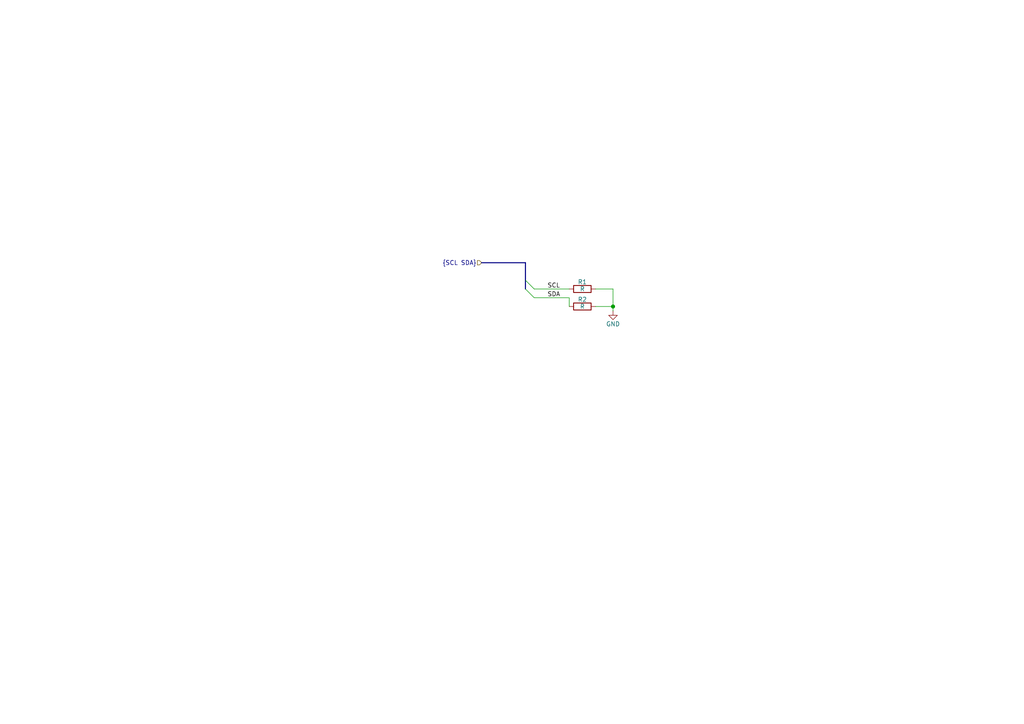
<source format=kicad_sch>
(kicad_sch (version 20210126) (generator eeschema)
  (paper "A4")
  (lib_symbols
    (symbol "Device:R" (pin_numbers hide) (pin_names (offset 0))
      (property "Reference" "R" (at 2.032 0 90))
      (property "Value" "R" (at 0 0 90))
      (symbol "R_0_1"
        (rectangle (start -1.016 -2.54) (end 1.016 2.54) (stroke (width 0.254)))
      )
      (symbol "R_1_1"
        (pin passive line (at 0 3.81 270) (length 1.27) (name "~") (number "1"))
        (pin passive line (at 0 -3.81 90) (length 1.27) (name "~") (number "2"))
      )
    )
    (symbol "power:GND" (power) (pin_names (offset 0))
      (property "Value" "GND" (at 0 -3.81 0))
      (symbol "GND_0_1"
        (polyline (pts (xy 0 0) (xy 0 -1.27) (xy 1.27 -1.27) (xy 0 -2.54) (xy -1.27 -1.27) (xy 0 -1.27)))
      )
      (symbol "GND_1_1"
        (pin power_in line (at 0 0 270) (length 0) hide (name "GND") (number "1"))
      )
    )
  )
  (junction (at 177.8 88.9) (diameter 1.016))
  (bus_entry (at 152.4 81.28) (size 2.54 2.54) (stroke (width 0.1524)))
  (bus_entry (at 152.4 83.82) (size 2.54 2.54) (stroke (width 0.1524)))
  (wire (pts (xy 154.94 83.82) (xy 165.1 83.82)))
  (wire (pts (xy 154.94 86.36) (xy 165.1 86.36)))
  (wire (pts (xy 165.1 86.36) (xy 165.1 88.9)))
  (wire (pts (xy 172.72 83.82) (xy 177.8 83.82)))
  (wire (pts (xy 172.72 88.9) (xy 177.8 88.9)))
  (wire (pts (xy 177.8 83.82) (xy 177.8 88.9)))
  (wire (pts (xy 177.8 88.9) (xy 177.8 90.17)))
  (bus (pts (xy 139.7 76.2) (xy 152.4 76.2)))
  (bus (pts (xy 152.4 76.2) (xy 152.4 81.28)))
  (bus (pts (xy 152.4 81.28) (xy 152.4 83.82)))
  (label "SCL" (at 158.75 83.82 0))
  (label "SDA" (at 158.75 86.36 0))
  (hierarchical_label "{SCL SDA}" (shape input) (at 139.7 76.2 180))
  (symbol (lib_id "power:GND") (at 177.8 90.17 0) (unit 1)
    (property "Reference" "#PWR01" (effects hide))
    (property "Value" "GND" (at 177.8 93.98 0))
  )
  (symbol (lib_id "Device:R") (at 168.91 83.82 90) (unit 1)
    (property "Reference" "R1" (at 168.91 81.788 90))
    (property "Value" "R" (at 168.91 83.82 90))
  )
  (symbol (lib_id "Device:R") (at 168.91 88.9 90) (unit 1)
    (property "Reference" "R2" (at 168.91 86.868 90))
    (property "Value" "R" (at 168.91 88.9 90))
  )
)
</source>
